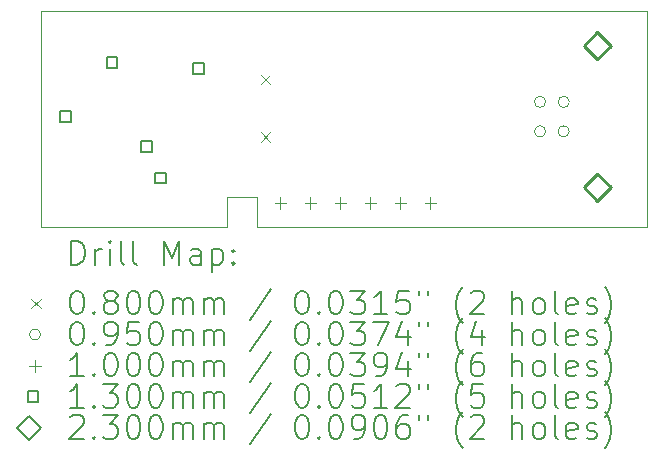
<source format=gbr>
%TF.GenerationSoftware,KiCad,Pcbnew,7.0.5*%
%TF.CreationDate,2024-02-11T15:40:37+01:00*%
%TF.ProjectId,exbike-usb-hw,65786269-6b65-42d7-9573-622d68772e6b,rev?*%
%TF.SameCoordinates,Original*%
%TF.FileFunction,Drillmap*%
%TF.FilePolarity,Positive*%
%FSLAX45Y45*%
G04 Gerber Fmt 4.5, Leading zero omitted, Abs format (unit mm)*
G04 Created by KiCad (PCBNEW 7.0.5) date 2024-02-11 15:40:37*
%MOMM*%
%LPD*%
G01*
G04 APERTURE LIST*
%ADD10C,0.100000*%
%ADD11C,0.200000*%
%ADD12C,0.080000*%
%ADD13C,0.095000*%
%ADD14C,0.130000*%
%ADD15C,0.230000*%
G04 APERTURE END LIST*
D10*
X5194300Y76200D02*
X5194300Y1905000D01*
X1892300Y76200D02*
X1892300Y330200D01*
X5194300Y1905000D02*
X63500Y1905000D01*
X1892300Y76200D02*
X5194300Y76200D01*
X63500Y76200D02*
X1638300Y76200D01*
X63500Y1905000D02*
X63500Y76200D01*
X1892300Y330200D02*
X1638300Y330200D01*
X1638300Y330200D02*
X1638300Y76200D01*
D11*
D12*
X1922150Y1366200D02*
X2002150Y1286200D01*
X2002150Y1366200D02*
X1922150Y1286200D01*
X1922150Y878200D02*
X2002150Y798200D01*
X2002150Y878200D02*
X1922150Y798200D01*
D13*
X4334450Y1137000D02*
G75*
G03*
X4334450Y1137000I-47500J0D01*
G01*
X4334450Y887000D02*
G75*
G03*
X4334450Y887000I-47500J0D01*
G01*
X4534450Y1137000D02*
G75*
G03*
X4534450Y1137000I-47500J0D01*
G01*
X4534450Y887000D02*
G75*
G03*
X4534450Y887000I-47500J0D01*
G01*
D10*
X2089150Y329400D02*
X2089150Y229400D01*
X2039150Y279400D02*
X2139150Y279400D01*
X2343150Y329400D02*
X2343150Y229400D01*
X2293150Y279400D02*
X2393150Y279400D01*
X2597150Y329400D02*
X2597150Y229400D01*
X2547150Y279400D02*
X2647150Y279400D01*
X2851150Y329400D02*
X2851150Y229400D01*
X2801150Y279400D02*
X2901150Y279400D01*
X3105150Y329400D02*
X3105150Y229400D01*
X3055150Y279400D02*
X3155150Y279400D01*
X3359150Y329400D02*
X3359150Y229400D01*
X3309150Y279400D02*
X3409150Y279400D01*
D14*
X318462Y966038D02*
X318462Y1057962D01*
X226538Y1057962D01*
X226538Y966038D01*
X318462Y966038D01*
X708462Y1426038D02*
X708462Y1517962D01*
X616538Y1517962D01*
X616538Y1426038D01*
X708462Y1426038D01*
X998462Y716038D02*
X998462Y807962D01*
X906538Y807962D01*
X906538Y716038D01*
X998462Y716038D01*
X1118462Y446038D02*
X1118462Y537962D01*
X1026538Y537962D01*
X1026538Y446038D01*
X1118462Y446038D01*
X1438462Y1376038D02*
X1438462Y1467962D01*
X1346538Y1467962D01*
X1346538Y1376038D01*
X1438462Y1376038D01*
D15*
X4772950Y1497000D02*
X4887950Y1612000D01*
X4772950Y1727000D01*
X4657950Y1612000D01*
X4772950Y1497000D01*
X4772950Y297000D02*
X4887950Y412000D01*
X4772950Y527000D01*
X4657950Y412000D01*
X4772950Y297000D01*
D11*
X319277Y-240284D02*
X319277Y-40284D01*
X319277Y-40284D02*
X366896Y-40284D01*
X366896Y-40284D02*
X395467Y-49808D01*
X395467Y-49808D02*
X414515Y-68855D01*
X414515Y-68855D02*
X424039Y-87903D01*
X424039Y-87903D02*
X433562Y-125998D01*
X433562Y-125998D02*
X433562Y-154570D01*
X433562Y-154570D02*
X424039Y-192665D01*
X424039Y-192665D02*
X414515Y-211712D01*
X414515Y-211712D02*
X395467Y-230760D01*
X395467Y-230760D02*
X366896Y-240284D01*
X366896Y-240284D02*
X319277Y-240284D01*
X519277Y-240284D02*
X519277Y-106950D01*
X519277Y-145046D02*
X528801Y-125998D01*
X528801Y-125998D02*
X538324Y-116474D01*
X538324Y-116474D02*
X557372Y-106950D01*
X557372Y-106950D02*
X576420Y-106950D01*
X643086Y-240284D02*
X643086Y-106950D01*
X643086Y-40284D02*
X633563Y-49808D01*
X633563Y-49808D02*
X643086Y-59331D01*
X643086Y-59331D02*
X652610Y-49808D01*
X652610Y-49808D02*
X643086Y-40284D01*
X643086Y-40284D02*
X643086Y-59331D01*
X766896Y-240284D02*
X747848Y-230760D01*
X747848Y-230760D02*
X738324Y-211712D01*
X738324Y-211712D02*
X738324Y-40284D01*
X871658Y-240284D02*
X852610Y-230760D01*
X852610Y-230760D02*
X843086Y-211712D01*
X843086Y-211712D02*
X843086Y-40284D01*
X1100229Y-240284D02*
X1100229Y-40284D01*
X1100229Y-40284D02*
X1166896Y-183141D01*
X1166896Y-183141D02*
X1233563Y-40284D01*
X1233563Y-40284D02*
X1233563Y-240284D01*
X1414515Y-240284D02*
X1414515Y-135522D01*
X1414515Y-135522D02*
X1404991Y-116474D01*
X1404991Y-116474D02*
X1385944Y-106950D01*
X1385944Y-106950D02*
X1347848Y-106950D01*
X1347848Y-106950D02*
X1328801Y-116474D01*
X1414515Y-230760D02*
X1395467Y-240284D01*
X1395467Y-240284D02*
X1347848Y-240284D01*
X1347848Y-240284D02*
X1328801Y-230760D01*
X1328801Y-230760D02*
X1319277Y-211712D01*
X1319277Y-211712D02*
X1319277Y-192665D01*
X1319277Y-192665D02*
X1328801Y-173617D01*
X1328801Y-173617D02*
X1347848Y-164093D01*
X1347848Y-164093D02*
X1395467Y-164093D01*
X1395467Y-164093D02*
X1414515Y-154570D01*
X1509753Y-106950D02*
X1509753Y-306950D01*
X1509753Y-116474D02*
X1528801Y-106950D01*
X1528801Y-106950D02*
X1566896Y-106950D01*
X1566896Y-106950D02*
X1585943Y-116474D01*
X1585943Y-116474D02*
X1595467Y-125998D01*
X1595467Y-125998D02*
X1604991Y-145046D01*
X1604991Y-145046D02*
X1604991Y-202188D01*
X1604991Y-202188D02*
X1595467Y-221236D01*
X1595467Y-221236D02*
X1585943Y-230760D01*
X1585943Y-230760D02*
X1566896Y-240284D01*
X1566896Y-240284D02*
X1528801Y-240284D01*
X1528801Y-240284D02*
X1509753Y-230760D01*
X1690705Y-221236D02*
X1700229Y-230760D01*
X1700229Y-230760D02*
X1690705Y-240284D01*
X1690705Y-240284D02*
X1681182Y-230760D01*
X1681182Y-230760D02*
X1690705Y-221236D01*
X1690705Y-221236D02*
X1690705Y-240284D01*
X1690705Y-116474D02*
X1700229Y-125998D01*
X1700229Y-125998D02*
X1690705Y-135522D01*
X1690705Y-135522D02*
X1681182Y-125998D01*
X1681182Y-125998D02*
X1690705Y-116474D01*
X1690705Y-116474D02*
X1690705Y-135522D01*
D12*
X-21500Y-528800D02*
X58500Y-608800D01*
X58500Y-528800D02*
X-21500Y-608800D01*
D11*
X357372Y-460284D02*
X376420Y-460284D01*
X376420Y-460284D02*
X395467Y-469808D01*
X395467Y-469808D02*
X404991Y-479331D01*
X404991Y-479331D02*
X414515Y-498379D01*
X414515Y-498379D02*
X424039Y-536474D01*
X424039Y-536474D02*
X424039Y-584093D01*
X424039Y-584093D02*
X414515Y-622189D01*
X414515Y-622189D02*
X404991Y-641236D01*
X404991Y-641236D02*
X395467Y-650760D01*
X395467Y-650760D02*
X376420Y-660284D01*
X376420Y-660284D02*
X357372Y-660284D01*
X357372Y-660284D02*
X338324Y-650760D01*
X338324Y-650760D02*
X328801Y-641236D01*
X328801Y-641236D02*
X319277Y-622189D01*
X319277Y-622189D02*
X309753Y-584093D01*
X309753Y-584093D02*
X309753Y-536474D01*
X309753Y-536474D02*
X319277Y-498379D01*
X319277Y-498379D02*
X328801Y-479331D01*
X328801Y-479331D02*
X338324Y-469808D01*
X338324Y-469808D02*
X357372Y-460284D01*
X509753Y-641236D02*
X519277Y-650760D01*
X519277Y-650760D02*
X509753Y-660284D01*
X509753Y-660284D02*
X500229Y-650760D01*
X500229Y-650760D02*
X509753Y-641236D01*
X509753Y-641236D02*
X509753Y-660284D01*
X633563Y-545998D02*
X614515Y-536474D01*
X614515Y-536474D02*
X604991Y-526950D01*
X604991Y-526950D02*
X595467Y-507903D01*
X595467Y-507903D02*
X595467Y-498379D01*
X595467Y-498379D02*
X604991Y-479331D01*
X604991Y-479331D02*
X614515Y-469808D01*
X614515Y-469808D02*
X633563Y-460284D01*
X633563Y-460284D02*
X671658Y-460284D01*
X671658Y-460284D02*
X690705Y-469808D01*
X690705Y-469808D02*
X700229Y-479331D01*
X700229Y-479331D02*
X709753Y-498379D01*
X709753Y-498379D02*
X709753Y-507903D01*
X709753Y-507903D02*
X700229Y-526950D01*
X700229Y-526950D02*
X690705Y-536474D01*
X690705Y-536474D02*
X671658Y-545998D01*
X671658Y-545998D02*
X633563Y-545998D01*
X633563Y-545998D02*
X614515Y-555522D01*
X614515Y-555522D02*
X604991Y-565046D01*
X604991Y-565046D02*
X595467Y-584093D01*
X595467Y-584093D02*
X595467Y-622189D01*
X595467Y-622189D02*
X604991Y-641236D01*
X604991Y-641236D02*
X614515Y-650760D01*
X614515Y-650760D02*
X633563Y-660284D01*
X633563Y-660284D02*
X671658Y-660284D01*
X671658Y-660284D02*
X690705Y-650760D01*
X690705Y-650760D02*
X700229Y-641236D01*
X700229Y-641236D02*
X709753Y-622189D01*
X709753Y-622189D02*
X709753Y-584093D01*
X709753Y-584093D02*
X700229Y-565046D01*
X700229Y-565046D02*
X690705Y-555522D01*
X690705Y-555522D02*
X671658Y-545998D01*
X833562Y-460284D02*
X852610Y-460284D01*
X852610Y-460284D02*
X871658Y-469808D01*
X871658Y-469808D02*
X881182Y-479331D01*
X881182Y-479331D02*
X890705Y-498379D01*
X890705Y-498379D02*
X900229Y-536474D01*
X900229Y-536474D02*
X900229Y-584093D01*
X900229Y-584093D02*
X890705Y-622189D01*
X890705Y-622189D02*
X881182Y-641236D01*
X881182Y-641236D02*
X871658Y-650760D01*
X871658Y-650760D02*
X852610Y-660284D01*
X852610Y-660284D02*
X833562Y-660284D01*
X833562Y-660284D02*
X814515Y-650760D01*
X814515Y-650760D02*
X804991Y-641236D01*
X804991Y-641236D02*
X795467Y-622189D01*
X795467Y-622189D02*
X785943Y-584093D01*
X785943Y-584093D02*
X785943Y-536474D01*
X785943Y-536474D02*
X795467Y-498379D01*
X795467Y-498379D02*
X804991Y-479331D01*
X804991Y-479331D02*
X814515Y-469808D01*
X814515Y-469808D02*
X833562Y-460284D01*
X1024039Y-460284D02*
X1043086Y-460284D01*
X1043086Y-460284D02*
X1062134Y-469808D01*
X1062134Y-469808D02*
X1071658Y-479331D01*
X1071658Y-479331D02*
X1081182Y-498379D01*
X1081182Y-498379D02*
X1090705Y-536474D01*
X1090705Y-536474D02*
X1090705Y-584093D01*
X1090705Y-584093D02*
X1081182Y-622189D01*
X1081182Y-622189D02*
X1071658Y-641236D01*
X1071658Y-641236D02*
X1062134Y-650760D01*
X1062134Y-650760D02*
X1043086Y-660284D01*
X1043086Y-660284D02*
X1024039Y-660284D01*
X1024039Y-660284D02*
X1004991Y-650760D01*
X1004991Y-650760D02*
X995467Y-641236D01*
X995467Y-641236D02*
X985943Y-622189D01*
X985943Y-622189D02*
X976420Y-584093D01*
X976420Y-584093D02*
X976420Y-536474D01*
X976420Y-536474D02*
X985943Y-498379D01*
X985943Y-498379D02*
X995467Y-479331D01*
X995467Y-479331D02*
X1004991Y-469808D01*
X1004991Y-469808D02*
X1024039Y-460284D01*
X1176420Y-660284D02*
X1176420Y-526950D01*
X1176420Y-545998D02*
X1185944Y-536474D01*
X1185944Y-536474D02*
X1204991Y-526950D01*
X1204991Y-526950D02*
X1233563Y-526950D01*
X1233563Y-526950D02*
X1252610Y-536474D01*
X1252610Y-536474D02*
X1262134Y-555522D01*
X1262134Y-555522D02*
X1262134Y-660284D01*
X1262134Y-555522D02*
X1271658Y-536474D01*
X1271658Y-536474D02*
X1290705Y-526950D01*
X1290705Y-526950D02*
X1319277Y-526950D01*
X1319277Y-526950D02*
X1338325Y-536474D01*
X1338325Y-536474D02*
X1347848Y-555522D01*
X1347848Y-555522D02*
X1347848Y-660284D01*
X1443086Y-660284D02*
X1443086Y-526950D01*
X1443086Y-545998D02*
X1452610Y-536474D01*
X1452610Y-536474D02*
X1471658Y-526950D01*
X1471658Y-526950D02*
X1500229Y-526950D01*
X1500229Y-526950D02*
X1519277Y-536474D01*
X1519277Y-536474D02*
X1528801Y-555522D01*
X1528801Y-555522D02*
X1528801Y-660284D01*
X1528801Y-555522D02*
X1538324Y-536474D01*
X1538324Y-536474D02*
X1557372Y-526950D01*
X1557372Y-526950D02*
X1585943Y-526950D01*
X1585943Y-526950D02*
X1604991Y-536474D01*
X1604991Y-536474D02*
X1614515Y-555522D01*
X1614515Y-555522D02*
X1614515Y-660284D01*
X2004991Y-450760D02*
X1833563Y-707903D01*
X2262134Y-460284D02*
X2281182Y-460284D01*
X2281182Y-460284D02*
X2300229Y-469808D01*
X2300229Y-469808D02*
X2309753Y-479331D01*
X2309753Y-479331D02*
X2319277Y-498379D01*
X2319277Y-498379D02*
X2328801Y-536474D01*
X2328801Y-536474D02*
X2328801Y-584093D01*
X2328801Y-584093D02*
X2319277Y-622189D01*
X2319277Y-622189D02*
X2309753Y-641236D01*
X2309753Y-641236D02*
X2300229Y-650760D01*
X2300229Y-650760D02*
X2281182Y-660284D01*
X2281182Y-660284D02*
X2262134Y-660284D01*
X2262134Y-660284D02*
X2243087Y-650760D01*
X2243087Y-650760D02*
X2233563Y-641236D01*
X2233563Y-641236D02*
X2224039Y-622189D01*
X2224039Y-622189D02*
X2214515Y-584093D01*
X2214515Y-584093D02*
X2214515Y-536474D01*
X2214515Y-536474D02*
X2224039Y-498379D01*
X2224039Y-498379D02*
X2233563Y-479331D01*
X2233563Y-479331D02*
X2243087Y-469808D01*
X2243087Y-469808D02*
X2262134Y-460284D01*
X2414515Y-641236D02*
X2424039Y-650760D01*
X2424039Y-650760D02*
X2414515Y-660284D01*
X2414515Y-660284D02*
X2404991Y-650760D01*
X2404991Y-650760D02*
X2414515Y-641236D01*
X2414515Y-641236D02*
X2414515Y-660284D01*
X2547848Y-460284D02*
X2566896Y-460284D01*
X2566896Y-460284D02*
X2585944Y-469808D01*
X2585944Y-469808D02*
X2595468Y-479331D01*
X2595468Y-479331D02*
X2604991Y-498379D01*
X2604991Y-498379D02*
X2614515Y-536474D01*
X2614515Y-536474D02*
X2614515Y-584093D01*
X2614515Y-584093D02*
X2604991Y-622189D01*
X2604991Y-622189D02*
X2595468Y-641236D01*
X2595468Y-641236D02*
X2585944Y-650760D01*
X2585944Y-650760D02*
X2566896Y-660284D01*
X2566896Y-660284D02*
X2547848Y-660284D01*
X2547848Y-660284D02*
X2528801Y-650760D01*
X2528801Y-650760D02*
X2519277Y-641236D01*
X2519277Y-641236D02*
X2509753Y-622189D01*
X2509753Y-622189D02*
X2500229Y-584093D01*
X2500229Y-584093D02*
X2500229Y-536474D01*
X2500229Y-536474D02*
X2509753Y-498379D01*
X2509753Y-498379D02*
X2519277Y-479331D01*
X2519277Y-479331D02*
X2528801Y-469808D01*
X2528801Y-469808D02*
X2547848Y-460284D01*
X2681182Y-460284D02*
X2804991Y-460284D01*
X2804991Y-460284D02*
X2738325Y-536474D01*
X2738325Y-536474D02*
X2766896Y-536474D01*
X2766896Y-536474D02*
X2785944Y-545998D01*
X2785944Y-545998D02*
X2795468Y-555522D01*
X2795468Y-555522D02*
X2804991Y-574570D01*
X2804991Y-574570D02*
X2804991Y-622189D01*
X2804991Y-622189D02*
X2795468Y-641236D01*
X2795468Y-641236D02*
X2785944Y-650760D01*
X2785944Y-650760D02*
X2766896Y-660284D01*
X2766896Y-660284D02*
X2709753Y-660284D01*
X2709753Y-660284D02*
X2690706Y-650760D01*
X2690706Y-650760D02*
X2681182Y-641236D01*
X2995467Y-660284D02*
X2881182Y-660284D01*
X2938325Y-660284D02*
X2938325Y-460284D01*
X2938325Y-460284D02*
X2919277Y-488855D01*
X2919277Y-488855D02*
X2900229Y-507903D01*
X2900229Y-507903D02*
X2881182Y-517427D01*
X3176420Y-460284D02*
X3081182Y-460284D01*
X3081182Y-460284D02*
X3071658Y-555522D01*
X3071658Y-555522D02*
X3081182Y-545998D01*
X3081182Y-545998D02*
X3100229Y-536474D01*
X3100229Y-536474D02*
X3147848Y-536474D01*
X3147848Y-536474D02*
X3166896Y-545998D01*
X3166896Y-545998D02*
X3176420Y-555522D01*
X3176420Y-555522D02*
X3185944Y-574570D01*
X3185944Y-574570D02*
X3185944Y-622189D01*
X3185944Y-622189D02*
X3176420Y-641236D01*
X3176420Y-641236D02*
X3166896Y-650760D01*
X3166896Y-650760D02*
X3147848Y-660284D01*
X3147848Y-660284D02*
X3100229Y-660284D01*
X3100229Y-660284D02*
X3081182Y-650760D01*
X3081182Y-650760D02*
X3071658Y-641236D01*
X3262134Y-460284D02*
X3262134Y-498379D01*
X3338325Y-460284D02*
X3338325Y-498379D01*
X3633563Y-736474D02*
X3624039Y-726950D01*
X3624039Y-726950D02*
X3604991Y-698379D01*
X3604991Y-698379D02*
X3595468Y-679331D01*
X3595468Y-679331D02*
X3585944Y-650760D01*
X3585944Y-650760D02*
X3576420Y-603141D01*
X3576420Y-603141D02*
X3576420Y-565046D01*
X3576420Y-565046D02*
X3585944Y-517427D01*
X3585944Y-517427D02*
X3595468Y-488855D01*
X3595468Y-488855D02*
X3604991Y-469808D01*
X3604991Y-469808D02*
X3624039Y-441236D01*
X3624039Y-441236D02*
X3633563Y-431712D01*
X3700229Y-479331D02*
X3709753Y-469808D01*
X3709753Y-469808D02*
X3728801Y-460284D01*
X3728801Y-460284D02*
X3776420Y-460284D01*
X3776420Y-460284D02*
X3795468Y-469808D01*
X3795468Y-469808D02*
X3804991Y-479331D01*
X3804991Y-479331D02*
X3814515Y-498379D01*
X3814515Y-498379D02*
X3814515Y-517427D01*
X3814515Y-517427D02*
X3804991Y-545998D01*
X3804991Y-545998D02*
X3690706Y-660284D01*
X3690706Y-660284D02*
X3814515Y-660284D01*
X4052610Y-660284D02*
X4052610Y-460284D01*
X4138325Y-660284D02*
X4138325Y-555522D01*
X4138325Y-555522D02*
X4128801Y-536474D01*
X4128801Y-536474D02*
X4109753Y-526950D01*
X4109753Y-526950D02*
X4081182Y-526950D01*
X4081182Y-526950D02*
X4062134Y-536474D01*
X4062134Y-536474D02*
X4052610Y-545998D01*
X4262134Y-660284D02*
X4243087Y-650760D01*
X4243087Y-650760D02*
X4233563Y-641236D01*
X4233563Y-641236D02*
X4224039Y-622189D01*
X4224039Y-622189D02*
X4224039Y-565046D01*
X4224039Y-565046D02*
X4233563Y-545998D01*
X4233563Y-545998D02*
X4243087Y-536474D01*
X4243087Y-536474D02*
X4262134Y-526950D01*
X4262134Y-526950D02*
X4290706Y-526950D01*
X4290706Y-526950D02*
X4309753Y-536474D01*
X4309753Y-536474D02*
X4319277Y-545998D01*
X4319277Y-545998D02*
X4328801Y-565046D01*
X4328801Y-565046D02*
X4328801Y-622189D01*
X4328801Y-622189D02*
X4319277Y-641236D01*
X4319277Y-641236D02*
X4309753Y-650760D01*
X4309753Y-650760D02*
X4290706Y-660284D01*
X4290706Y-660284D02*
X4262134Y-660284D01*
X4443087Y-660284D02*
X4424039Y-650760D01*
X4424039Y-650760D02*
X4414515Y-631712D01*
X4414515Y-631712D02*
X4414515Y-460284D01*
X4595468Y-650760D02*
X4576420Y-660284D01*
X4576420Y-660284D02*
X4538325Y-660284D01*
X4538325Y-660284D02*
X4519277Y-650760D01*
X4519277Y-650760D02*
X4509753Y-631712D01*
X4509753Y-631712D02*
X4509753Y-555522D01*
X4509753Y-555522D02*
X4519277Y-536474D01*
X4519277Y-536474D02*
X4538325Y-526950D01*
X4538325Y-526950D02*
X4576420Y-526950D01*
X4576420Y-526950D02*
X4595468Y-536474D01*
X4595468Y-536474D02*
X4604992Y-555522D01*
X4604992Y-555522D02*
X4604992Y-574570D01*
X4604992Y-574570D02*
X4509753Y-593617D01*
X4681182Y-650760D02*
X4700230Y-660284D01*
X4700230Y-660284D02*
X4738325Y-660284D01*
X4738325Y-660284D02*
X4757373Y-650760D01*
X4757373Y-650760D02*
X4766896Y-631712D01*
X4766896Y-631712D02*
X4766896Y-622189D01*
X4766896Y-622189D02*
X4757373Y-603141D01*
X4757373Y-603141D02*
X4738325Y-593617D01*
X4738325Y-593617D02*
X4709753Y-593617D01*
X4709753Y-593617D02*
X4690706Y-584093D01*
X4690706Y-584093D02*
X4681182Y-565046D01*
X4681182Y-565046D02*
X4681182Y-555522D01*
X4681182Y-555522D02*
X4690706Y-536474D01*
X4690706Y-536474D02*
X4709753Y-526950D01*
X4709753Y-526950D02*
X4738325Y-526950D01*
X4738325Y-526950D02*
X4757373Y-536474D01*
X4833563Y-736474D02*
X4843087Y-726950D01*
X4843087Y-726950D02*
X4862134Y-698379D01*
X4862134Y-698379D02*
X4871658Y-679331D01*
X4871658Y-679331D02*
X4881182Y-650760D01*
X4881182Y-650760D02*
X4890706Y-603141D01*
X4890706Y-603141D02*
X4890706Y-565046D01*
X4890706Y-565046D02*
X4881182Y-517427D01*
X4881182Y-517427D02*
X4871658Y-488855D01*
X4871658Y-488855D02*
X4862134Y-469808D01*
X4862134Y-469808D02*
X4843087Y-441236D01*
X4843087Y-441236D02*
X4833563Y-431712D01*
D13*
X58500Y-832800D02*
G75*
G03*
X58500Y-832800I-47500J0D01*
G01*
D11*
X357372Y-724284D02*
X376420Y-724284D01*
X376420Y-724284D02*
X395467Y-733808D01*
X395467Y-733808D02*
X404991Y-743331D01*
X404991Y-743331D02*
X414515Y-762379D01*
X414515Y-762379D02*
X424039Y-800474D01*
X424039Y-800474D02*
X424039Y-848093D01*
X424039Y-848093D02*
X414515Y-886188D01*
X414515Y-886188D02*
X404991Y-905236D01*
X404991Y-905236D02*
X395467Y-914760D01*
X395467Y-914760D02*
X376420Y-924284D01*
X376420Y-924284D02*
X357372Y-924284D01*
X357372Y-924284D02*
X338324Y-914760D01*
X338324Y-914760D02*
X328801Y-905236D01*
X328801Y-905236D02*
X319277Y-886188D01*
X319277Y-886188D02*
X309753Y-848093D01*
X309753Y-848093D02*
X309753Y-800474D01*
X309753Y-800474D02*
X319277Y-762379D01*
X319277Y-762379D02*
X328801Y-743331D01*
X328801Y-743331D02*
X338324Y-733808D01*
X338324Y-733808D02*
X357372Y-724284D01*
X509753Y-905236D02*
X519277Y-914760D01*
X519277Y-914760D02*
X509753Y-924284D01*
X509753Y-924284D02*
X500229Y-914760D01*
X500229Y-914760D02*
X509753Y-905236D01*
X509753Y-905236D02*
X509753Y-924284D01*
X614515Y-924284D02*
X652610Y-924284D01*
X652610Y-924284D02*
X671658Y-914760D01*
X671658Y-914760D02*
X681182Y-905236D01*
X681182Y-905236D02*
X700229Y-876665D01*
X700229Y-876665D02*
X709753Y-838569D01*
X709753Y-838569D02*
X709753Y-762379D01*
X709753Y-762379D02*
X700229Y-743331D01*
X700229Y-743331D02*
X690705Y-733808D01*
X690705Y-733808D02*
X671658Y-724284D01*
X671658Y-724284D02*
X633563Y-724284D01*
X633563Y-724284D02*
X614515Y-733808D01*
X614515Y-733808D02*
X604991Y-743331D01*
X604991Y-743331D02*
X595467Y-762379D01*
X595467Y-762379D02*
X595467Y-809998D01*
X595467Y-809998D02*
X604991Y-829046D01*
X604991Y-829046D02*
X614515Y-838569D01*
X614515Y-838569D02*
X633563Y-848093D01*
X633563Y-848093D02*
X671658Y-848093D01*
X671658Y-848093D02*
X690705Y-838569D01*
X690705Y-838569D02*
X700229Y-829046D01*
X700229Y-829046D02*
X709753Y-809998D01*
X890705Y-724284D02*
X795467Y-724284D01*
X795467Y-724284D02*
X785943Y-819522D01*
X785943Y-819522D02*
X795467Y-809998D01*
X795467Y-809998D02*
X814515Y-800474D01*
X814515Y-800474D02*
X862134Y-800474D01*
X862134Y-800474D02*
X881182Y-809998D01*
X881182Y-809998D02*
X890705Y-819522D01*
X890705Y-819522D02*
X900229Y-838569D01*
X900229Y-838569D02*
X900229Y-886188D01*
X900229Y-886188D02*
X890705Y-905236D01*
X890705Y-905236D02*
X881182Y-914760D01*
X881182Y-914760D02*
X862134Y-924284D01*
X862134Y-924284D02*
X814515Y-924284D01*
X814515Y-924284D02*
X795467Y-914760D01*
X795467Y-914760D02*
X785943Y-905236D01*
X1024039Y-724284D02*
X1043086Y-724284D01*
X1043086Y-724284D02*
X1062134Y-733808D01*
X1062134Y-733808D02*
X1071658Y-743331D01*
X1071658Y-743331D02*
X1081182Y-762379D01*
X1081182Y-762379D02*
X1090705Y-800474D01*
X1090705Y-800474D02*
X1090705Y-848093D01*
X1090705Y-848093D02*
X1081182Y-886188D01*
X1081182Y-886188D02*
X1071658Y-905236D01*
X1071658Y-905236D02*
X1062134Y-914760D01*
X1062134Y-914760D02*
X1043086Y-924284D01*
X1043086Y-924284D02*
X1024039Y-924284D01*
X1024039Y-924284D02*
X1004991Y-914760D01*
X1004991Y-914760D02*
X995467Y-905236D01*
X995467Y-905236D02*
X985943Y-886188D01*
X985943Y-886188D02*
X976420Y-848093D01*
X976420Y-848093D02*
X976420Y-800474D01*
X976420Y-800474D02*
X985943Y-762379D01*
X985943Y-762379D02*
X995467Y-743331D01*
X995467Y-743331D02*
X1004991Y-733808D01*
X1004991Y-733808D02*
X1024039Y-724284D01*
X1176420Y-924284D02*
X1176420Y-790950D01*
X1176420Y-809998D02*
X1185944Y-800474D01*
X1185944Y-800474D02*
X1204991Y-790950D01*
X1204991Y-790950D02*
X1233563Y-790950D01*
X1233563Y-790950D02*
X1252610Y-800474D01*
X1252610Y-800474D02*
X1262134Y-819522D01*
X1262134Y-819522D02*
X1262134Y-924284D01*
X1262134Y-819522D02*
X1271658Y-800474D01*
X1271658Y-800474D02*
X1290705Y-790950D01*
X1290705Y-790950D02*
X1319277Y-790950D01*
X1319277Y-790950D02*
X1338325Y-800474D01*
X1338325Y-800474D02*
X1347848Y-819522D01*
X1347848Y-819522D02*
X1347848Y-924284D01*
X1443086Y-924284D02*
X1443086Y-790950D01*
X1443086Y-809998D02*
X1452610Y-800474D01*
X1452610Y-800474D02*
X1471658Y-790950D01*
X1471658Y-790950D02*
X1500229Y-790950D01*
X1500229Y-790950D02*
X1519277Y-800474D01*
X1519277Y-800474D02*
X1528801Y-819522D01*
X1528801Y-819522D02*
X1528801Y-924284D01*
X1528801Y-819522D02*
X1538324Y-800474D01*
X1538324Y-800474D02*
X1557372Y-790950D01*
X1557372Y-790950D02*
X1585943Y-790950D01*
X1585943Y-790950D02*
X1604991Y-800474D01*
X1604991Y-800474D02*
X1614515Y-819522D01*
X1614515Y-819522D02*
X1614515Y-924284D01*
X2004991Y-714760D02*
X1833563Y-971903D01*
X2262134Y-724284D02*
X2281182Y-724284D01*
X2281182Y-724284D02*
X2300229Y-733808D01*
X2300229Y-733808D02*
X2309753Y-743331D01*
X2309753Y-743331D02*
X2319277Y-762379D01*
X2319277Y-762379D02*
X2328801Y-800474D01*
X2328801Y-800474D02*
X2328801Y-848093D01*
X2328801Y-848093D02*
X2319277Y-886188D01*
X2319277Y-886188D02*
X2309753Y-905236D01*
X2309753Y-905236D02*
X2300229Y-914760D01*
X2300229Y-914760D02*
X2281182Y-924284D01*
X2281182Y-924284D02*
X2262134Y-924284D01*
X2262134Y-924284D02*
X2243087Y-914760D01*
X2243087Y-914760D02*
X2233563Y-905236D01*
X2233563Y-905236D02*
X2224039Y-886188D01*
X2224039Y-886188D02*
X2214515Y-848093D01*
X2214515Y-848093D02*
X2214515Y-800474D01*
X2214515Y-800474D02*
X2224039Y-762379D01*
X2224039Y-762379D02*
X2233563Y-743331D01*
X2233563Y-743331D02*
X2243087Y-733808D01*
X2243087Y-733808D02*
X2262134Y-724284D01*
X2414515Y-905236D02*
X2424039Y-914760D01*
X2424039Y-914760D02*
X2414515Y-924284D01*
X2414515Y-924284D02*
X2404991Y-914760D01*
X2404991Y-914760D02*
X2414515Y-905236D01*
X2414515Y-905236D02*
X2414515Y-924284D01*
X2547848Y-724284D02*
X2566896Y-724284D01*
X2566896Y-724284D02*
X2585944Y-733808D01*
X2585944Y-733808D02*
X2595468Y-743331D01*
X2595468Y-743331D02*
X2604991Y-762379D01*
X2604991Y-762379D02*
X2614515Y-800474D01*
X2614515Y-800474D02*
X2614515Y-848093D01*
X2614515Y-848093D02*
X2604991Y-886188D01*
X2604991Y-886188D02*
X2595468Y-905236D01*
X2595468Y-905236D02*
X2585944Y-914760D01*
X2585944Y-914760D02*
X2566896Y-924284D01*
X2566896Y-924284D02*
X2547848Y-924284D01*
X2547848Y-924284D02*
X2528801Y-914760D01*
X2528801Y-914760D02*
X2519277Y-905236D01*
X2519277Y-905236D02*
X2509753Y-886188D01*
X2509753Y-886188D02*
X2500229Y-848093D01*
X2500229Y-848093D02*
X2500229Y-800474D01*
X2500229Y-800474D02*
X2509753Y-762379D01*
X2509753Y-762379D02*
X2519277Y-743331D01*
X2519277Y-743331D02*
X2528801Y-733808D01*
X2528801Y-733808D02*
X2547848Y-724284D01*
X2681182Y-724284D02*
X2804991Y-724284D01*
X2804991Y-724284D02*
X2738325Y-800474D01*
X2738325Y-800474D02*
X2766896Y-800474D01*
X2766896Y-800474D02*
X2785944Y-809998D01*
X2785944Y-809998D02*
X2795468Y-819522D01*
X2795468Y-819522D02*
X2804991Y-838569D01*
X2804991Y-838569D02*
X2804991Y-886188D01*
X2804991Y-886188D02*
X2795468Y-905236D01*
X2795468Y-905236D02*
X2785944Y-914760D01*
X2785944Y-914760D02*
X2766896Y-924284D01*
X2766896Y-924284D02*
X2709753Y-924284D01*
X2709753Y-924284D02*
X2690706Y-914760D01*
X2690706Y-914760D02*
X2681182Y-905236D01*
X2871658Y-724284D02*
X3004991Y-724284D01*
X3004991Y-724284D02*
X2919277Y-924284D01*
X3166896Y-790950D02*
X3166896Y-924284D01*
X3119277Y-714760D02*
X3071658Y-857617D01*
X3071658Y-857617D02*
X3195467Y-857617D01*
X3262134Y-724284D02*
X3262134Y-762379D01*
X3338325Y-724284D02*
X3338325Y-762379D01*
X3633563Y-1000474D02*
X3624039Y-990950D01*
X3624039Y-990950D02*
X3604991Y-962379D01*
X3604991Y-962379D02*
X3595468Y-943331D01*
X3595468Y-943331D02*
X3585944Y-914760D01*
X3585944Y-914760D02*
X3576420Y-867141D01*
X3576420Y-867141D02*
X3576420Y-829046D01*
X3576420Y-829046D02*
X3585944Y-781427D01*
X3585944Y-781427D02*
X3595468Y-752855D01*
X3595468Y-752855D02*
X3604991Y-733808D01*
X3604991Y-733808D02*
X3624039Y-705236D01*
X3624039Y-705236D02*
X3633563Y-695712D01*
X3795468Y-790950D02*
X3795468Y-924284D01*
X3747848Y-714760D02*
X3700229Y-857617D01*
X3700229Y-857617D02*
X3824039Y-857617D01*
X4052610Y-924284D02*
X4052610Y-724284D01*
X4138325Y-924284D02*
X4138325Y-819522D01*
X4138325Y-819522D02*
X4128801Y-800474D01*
X4128801Y-800474D02*
X4109753Y-790950D01*
X4109753Y-790950D02*
X4081182Y-790950D01*
X4081182Y-790950D02*
X4062134Y-800474D01*
X4062134Y-800474D02*
X4052610Y-809998D01*
X4262134Y-924284D02*
X4243087Y-914760D01*
X4243087Y-914760D02*
X4233563Y-905236D01*
X4233563Y-905236D02*
X4224039Y-886188D01*
X4224039Y-886188D02*
X4224039Y-829046D01*
X4224039Y-829046D02*
X4233563Y-809998D01*
X4233563Y-809998D02*
X4243087Y-800474D01*
X4243087Y-800474D02*
X4262134Y-790950D01*
X4262134Y-790950D02*
X4290706Y-790950D01*
X4290706Y-790950D02*
X4309753Y-800474D01*
X4309753Y-800474D02*
X4319277Y-809998D01*
X4319277Y-809998D02*
X4328801Y-829046D01*
X4328801Y-829046D02*
X4328801Y-886188D01*
X4328801Y-886188D02*
X4319277Y-905236D01*
X4319277Y-905236D02*
X4309753Y-914760D01*
X4309753Y-914760D02*
X4290706Y-924284D01*
X4290706Y-924284D02*
X4262134Y-924284D01*
X4443087Y-924284D02*
X4424039Y-914760D01*
X4424039Y-914760D02*
X4414515Y-895712D01*
X4414515Y-895712D02*
X4414515Y-724284D01*
X4595468Y-914760D02*
X4576420Y-924284D01*
X4576420Y-924284D02*
X4538325Y-924284D01*
X4538325Y-924284D02*
X4519277Y-914760D01*
X4519277Y-914760D02*
X4509753Y-895712D01*
X4509753Y-895712D02*
X4509753Y-819522D01*
X4509753Y-819522D02*
X4519277Y-800474D01*
X4519277Y-800474D02*
X4538325Y-790950D01*
X4538325Y-790950D02*
X4576420Y-790950D01*
X4576420Y-790950D02*
X4595468Y-800474D01*
X4595468Y-800474D02*
X4604992Y-819522D01*
X4604992Y-819522D02*
X4604992Y-838569D01*
X4604992Y-838569D02*
X4509753Y-857617D01*
X4681182Y-914760D02*
X4700230Y-924284D01*
X4700230Y-924284D02*
X4738325Y-924284D01*
X4738325Y-924284D02*
X4757373Y-914760D01*
X4757373Y-914760D02*
X4766896Y-895712D01*
X4766896Y-895712D02*
X4766896Y-886188D01*
X4766896Y-886188D02*
X4757373Y-867141D01*
X4757373Y-867141D02*
X4738325Y-857617D01*
X4738325Y-857617D02*
X4709753Y-857617D01*
X4709753Y-857617D02*
X4690706Y-848093D01*
X4690706Y-848093D02*
X4681182Y-829046D01*
X4681182Y-829046D02*
X4681182Y-819522D01*
X4681182Y-819522D02*
X4690706Y-800474D01*
X4690706Y-800474D02*
X4709753Y-790950D01*
X4709753Y-790950D02*
X4738325Y-790950D01*
X4738325Y-790950D02*
X4757373Y-800474D01*
X4833563Y-1000474D02*
X4843087Y-990950D01*
X4843087Y-990950D02*
X4862134Y-962379D01*
X4862134Y-962379D02*
X4871658Y-943331D01*
X4871658Y-943331D02*
X4881182Y-914760D01*
X4881182Y-914760D02*
X4890706Y-867141D01*
X4890706Y-867141D02*
X4890706Y-829046D01*
X4890706Y-829046D02*
X4881182Y-781427D01*
X4881182Y-781427D02*
X4871658Y-752855D01*
X4871658Y-752855D02*
X4862134Y-733808D01*
X4862134Y-733808D02*
X4843087Y-705236D01*
X4843087Y-705236D02*
X4833563Y-695712D01*
D10*
X8500Y-1046800D02*
X8500Y-1146800D01*
X-41500Y-1096800D02*
X58500Y-1096800D01*
D11*
X424039Y-1188284D02*
X309753Y-1188284D01*
X366896Y-1188284D02*
X366896Y-988284D01*
X366896Y-988284D02*
X347848Y-1016855D01*
X347848Y-1016855D02*
X328801Y-1035903D01*
X328801Y-1035903D02*
X309753Y-1045427D01*
X509753Y-1169236D02*
X519277Y-1178760D01*
X519277Y-1178760D02*
X509753Y-1188284D01*
X509753Y-1188284D02*
X500229Y-1178760D01*
X500229Y-1178760D02*
X509753Y-1169236D01*
X509753Y-1169236D02*
X509753Y-1188284D01*
X643086Y-988284D02*
X662134Y-988284D01*
X662134Y-988284D02*
X681182Y-997808D01*
X681182Y-997808D02*
X690705Y-1007331D01*
X690705Y-1007331D02*
X700229Y-1026379D01*
X700229Y-1026379D02*
X709753Y-1064474D01*
X709753Y-1064474D02*
X709753Y-1112093D01*
X709753Y-1112093D02*
X700229Y-1150189D01*
X700229Y-1150189D02*
X690705Y-1169236D01*
X690705Y-1169236D02*
X681182Y-1178760D01*
X681182Y-1178760D02*
X662134Y-1188284D01*
X662134Y-1188284D02*
X643086Y-1188284D01*
X643086Y-1188284D02*
X624039Y-1178760D01*
X624039Y-1178760D02*
X614515Y-1169236D01*
X614515Y-1169236D02*
X604991Y-1150189D01*
X604991Y-1150189D02*
X595467Y-1112093D01*
X595467Y-1112093D02*
X595467Y-1064474D01*
X595467Y-1064474D02*
X604991Y-1026379D01*
X604991Y-1026379D02*
X614515Y-1007331D01*
X614515Y-1007331D02*
X624039Y-997808D01*
X624039Y-997808D02*
X643086Y-988284D01*
X833562Y-988284D02*
X852610Y-988284D01*
X852610Y-988284D02*
X871658Y-997808D01*
X871658Y-997808D02*
X881182Y-1007331D01*
X881182Y-1007331D02*
X890705Y-1026379D01*
X890705Y-1026379D02*
X900229Y-1064474D01*
X900229Y-1064474D02*
X900229Y-1112093D01*
X900229Y-1112093D02*
X890705Y-1150189D01*
X890705Y-1150189D02*
X881182Y-1169236D01*
X881182Y-1169236D02*
X871658Y-1178760D01*
X871658Y-1178760D02*
X852610Y-1188284D01*
X852610Y-1188284D02*
X833562Y-1188284D01*
X833562Y-1188284D02*
X814515Y-1178760D01*
X814515Y-1178760D02*
X804991Y-1169236D01*
X804991Y-1169236D02*
X795467Y-1150189D01*
X795467Y-1150189D02*
X785943Y-1112093D01*
X785943Y-1112093D02*
X785943Y-1064474D01*
X785943Y-1064474D02*
X795467Y-1026379D01*
X795467Y-1026379D02*
X804991Y-1007331D01*
X804991Y-1007331D02*
X814515Y-997808D01*
X814515Y-997808D02*
X833562Y-988284D01*
X1024039Y-988284D02*
X1043086Y-988284D01*
X1043086Y-988284D02*
X1062134Y-997808D01*
X1062134Y-997808D02*
X1071658Y-1007331D01*
X1071658Y-1007331D02*
X1081182Y-1026379D01*
X1081182Y-1026379D02*
X1090705Y-1064474D01*
X1090705Y-1064474D02*
X1090705Y-1112093D01*
X1090705Y-1112093D02*
X1081182Y-1150189D01*
X1081182Y-1150189D02*
X1071658Y-1169236D01*
X1071658Y-1169236D02*
X1062134Y-1178760D01*
X1062134Y-1178760D02*
X1043086Y-1188284D01*
X1043086Y-1188284D02*
X1024039Y-1188284D01*
X1024039Y-1188284D02*
X1004991Y-1178760D01*
X1004991Y-1178760D02*
X995467Y-1169236D01*
X995467Y-1169236D02*
X985943Y-1150189D01*
X985943Y-1150189D02*
X976420Y-1112093D01*
X976420Y-1112093D02*
X976420Y-1064474D01*
X976420Y-1064474D02*
X985943Y-1026379D01*
X985943Y-1026379D02*
X995467Y-1007331D01*
X995467Y-1007331D02*
X1004991Y-997808D01*
X1004991Y-997808D02*
X1024039Y-988284D01*
X1176420Y-1188284D02*
X1176420Y-1054950D01*
X1176420Y-1073998D02*
X1185944Y-1064474D01*
X1185944Y-1064474D02*
X1204991Y-1054950D01*
X1204991Y-1054950D02*
X1233563Y-1054950D01*
X1233563Y-1054950D02*
X1252610Y-1064474D01*
X1252610Y-1064474D02*
X1262134Y-1083522D01*
X1262134Y-1083522D02*
X1262134Y-1188284D01*
X1262134Y-1083522D02*
X1271658Y-1064474D01*
X1271658Y-1064474D02*
X1290705Y-1054950D01*
X1290705Y-1054950D02*
X1319277Y-1054950D01*
X1319277Y-1054950D02*
X1338325Y-1064474D01*
X1338325Y-1064474D02*
X1347848Y-1083522D01*
X1347848Y-1083522D02*
X1347848Y-1188284D01*
X1443086Y-1188284D02*
X1443086Y-1054950D01*
X1443086Y-1073998D02*
X1452610Y-1064474D01*
X1452610Y-1064474D02*
X1471658Y-1054950D01*
X1471658Y-1054950D02*
X1500229Y-1054950D01*
X1500229Y-1054950D02*
X1519277Y-1064474D01*
X1519277Y-1064474D02*
X1528801Y-1083522D01*
X1528801Y-1083522D02*
X1528801Y-1188284D01*
X1528801Y-1083522D02*
X1538324Y-1064474D01*
X1538324Y-1064474D02*
X1557372Y-1054950D01*
X1557372Y-1054950D02*
X1585943Y-1054950D01*
X1585943Y-1054950D02*
X1604991Y-1064474D01*
X1604991Y-1064474D02*
X1614515Y-1083522D01*
X1614515Y-1083522D02*
X1614515Y-1188284D01*
X2004991Y-978760D02*
X1833563Y-1235903D01*
X2262134Y-988284D02*
X2281182Y-988284D01*
X2281182Y-988284D02*
X2300229Y-997808D01*
X2300229Y-997808D02*
X2309753Y-1007331D01*
X2309753Y-1007331D02*
X2319277Y-1026379D01*
X2319277Y-1026379D02*
X2328801Y-1064474D01*
X2328801Y-1064474D02*
X2328801Y-1112093D01*
X2328801Y-1112093D02*
X2319277Y-1150189D01*
X2319277Y-1150189D02*
X2309753Y-1169236D01*
X2309753Y-1169236D02*
X2300229Y-1178760D01*
X2300229Y-1178760D02*
X2281182Y-1188284D01*
X2281182Y-1188284D02*
X2262134Y-1188284D01*
X2262134Y-1188284D02*
X2243087Y-1178760D01*
X2243087Y-1178760D02*
X2233563Y-1169236D01*
X2233563Y-1169236D02*
X2224039Y-1150189D01*
X2224039Y-1150189D02*
X2214515Y-1112093D01*
X2214515Y-1112093D02*
X2214515Y-1064474D01*
X2214515Y-1064474D02*
X2224039Y-1026379D01*
X2224039Y-1026379D02*
X2233563Y-1007331D01*
X2233563Y-1007331D02*
X2243087Y-997808D01*
X2243087Y-997808D02*
X2262134Y-988284D01*
X2414515Y-1169236D02*
X2424039Y-1178760D01*
X2424039Y-1178760D02*
X2414515Y-1188284D01*
X2414515Y-1188284D02*
X2404991Y-1178760D01*
X2404991Y-1178760D02*
X2414515Y-1169236D01*
X2414515Y-1169236D02*
X2414515Y-1188284D01*
X2547848Y-988284D02*
X2566896Y-988284D01*
X2566896Y-988284D02*
X2585944Y-997808D01*
X2585944Y-997808D02*
X2595468Y-1007331D01*
X2595468Y-1007331D02*
X2604991Y-1026379D01*
X2604991Y-1026379D02*
X2614515Y-1064474D01*
X2614515Y-1064474D02*
X2614515Y-1112093D01*
X2614515Y-1112093D02*
X2604991Y-1150189D01*
X2604991Y-1150189D02*
X2595468Y-1169236D01*
X2595468Y-1169236D02*
X2585944Y-1178760D01*
X2585944Y-1178760D02*
X2566896Y-1188284D01*
X2566896Y-1188284D02*
X2547848Y-1188284D01*
X2547848Y-1188284D02*
X2528801Y-1178760D01*
X2528801Y-1178760D02*
X2519277Y-1169236D01*
X2519277Y-1169236D02*
X2509753Y-1150189D01*
X2509753Y-1150189D02*
X2500229Y-1112093D01*
X2500229Y-1112093D02*
X2500229Y-1064474D01*
X2500229Y-1064474D02*
X2509753Y-1026379D01*
X2509753Y-1026379D02*
X2519277Y-1007331D01*
X2519277Y-1007331D02*
X2528801Y-997808D01*
X2528801Y-997808D02*
X2547848Y-988284D01*
X2681182Y-988284D02*
X2804991Y-988284D01*
X2804991Y-988284D02*
X2738325Y-1064474D01*
X2738325Y-1064474D02*
X2766896Y-1064474D01*
X2766896Y-1064474D02*
X2785944Y-1073998D01*
X2785944Y-1073998D02*
X2795468Y-1083522D01*
X2795468Y-1083522D02*
X2804991Y-1102570D01*
X2804991Y-1102570D02*
X2804991Y-1150189D01*
X2804991Y-1150189D02*
X2795468Y-1169236D01*
X2795468Y-1169236D02*
X2785944Y-1178760D01*
X2785944Y-1178760D02*
X2766896Y-1188284D01*
X2766896Y-1188284D02*
X2709753Y-1188284D01*
X2709753Y-1188284D02*
X2690706Y-1178760D01*
X2690706Y-1178760D02*
X2681182Y-1169236D01*
X2900229Y-1188284D02*
X2938325Y-1188284D01*
X2938325Y-1188284D02*
X2957372Y-1178760D01*
X2957372Y-1178760D02*
X2966896Y-1169236D01*
X2966896Y-1169236D02*
X2985944Y-1140665D01*
X2985944Y-1140665D02*
X2995467Y-1102570D01*
X2995467Y-1102570D02*
X2995467Y-1026379D01*
X2995467Y-1026379D02*
X2985944Y-1007331D01*
X2985944Y-1007331D02*
X2976420Y-997808D01*
X2976420Y-997808D02*
X2957372Y-988284D01*
X2957372Y-988284D02*
X2919277Y-988284D01*
X2919277Y-988284D02*
X2900229Y-997808D01*
X2900229Y-997808D02*
X2890706Y-1007331D01*
X2890706Y-1007331D02*
X2881182Y-1026379D01*
X2881182Y-1026379D02*
X2881182Y-1073998D01*
X2881182Y-1073998D02*
X2890706Y-1093046D01*
X2890706Y-1093046D02*
X2900229Y-1102570D01*
X2900229Y-1102570D02*
X2919277Y-1112093D01*
X2919277Y-1112093D02*
X2957372Y-1112093D01*
X2957372Y-1112093D02*
X2976420Y-1102570D01*
X2976420Y-1102570D02*
X2985944Y-1093046D01*
X2985944Y-1093046D02*
X2995467Y-1073998D01*
X3166896Y-1054950D02*
X3166896Y-1188284D01*
X3119277Y-978760D02*
X3071658Y-1121617D01*
X3071658Y-1121617D02*
X3195467Y-1121617D01*
X3262134Y-988284D02*
X3262134Y-1026379D01*
X3338325Y-988284D02*
X3338325Y-1026379D01*
X3633563Y-1264474D02*
X3624039Y-1254950D01*
X3624039Y-1254950D02*
X3604991Y-1226379D01*
X3604991Y-1226379D02*
X3595468Y-1207331D01*
X3595468Y-1207331D02*
X3585944Y-1178760D01*
X3585944Y-1178760D02*
X3576420Y-1131141D01*
X3576420Y-1131141D02*
X3576420Y-1093046D01*
X3576420Y-1093046D02*
X3585944Y-1045427D01*
X3585944Y-1045427D02*
X3595468Y-1016855D01*
X3595468Y-1016855D02*
X3604991Y-997808D01*
X3604991Y-997808D02*
X3624039Y-969236D01*
X3624039Y-969236D02*
X3633563Y-959712D01*
X3795468Y-988284D02*
X3757372Y-988284D01*
X3757372Y-988284D02*
X3738325Y-997808D01*
X3738325Y-997808D02*
X3728801Y-1007331D01*
X3728801Y-1007331D02*
X3709753Y-1035903D01*
X3709753Y-1035903D02*
X3700229Y-1073998D01*
X3700229Y-1073998D02*
X3700229Y-1150189D01*
X3700229Y-1150189D02*
X3709753Y-1169236D01*
X3709753Y-1169236D02*
X3719277Y-1178760D01*
X3719277Y-1178760D02*
X3738325Y-1188284D01*
X3738325Y-1188284D02*
X3776420Y-1188284D01*
X3776420Y-1188284D02*
X3795468Y-1178760D01*
X3795468Y-1178760D02*
X3804991Y-1169236D01*
X3804991Y-1169236D02*
X3814515Y-1150189D01*
X3814515Y-1150189D02*
X3814515Y-1102570D01*
X3814515Y-1102570D02*
X3804991Y-1083522D01*
X3804991Y-1083522D02*
X3795468Y-1073998D01*
X3795468Y-1073998D02*
X3776420Y-1064474D01*
X3776420Y-1064474D02*
X3738325Y-1064474D01*
X3738325Y-1064474D02*
X3719277Y-1073998D01*
X3719277Y-1073998D02*
X3709753Y-1083522D01*
X3709753Y-1083522D02*
X3700229Y-1102570D01*
X4052610Y-1188284D02*
X4052610Y-988284D01*
X4138325Y-1188284D02*
X4138325Y-1083522D01*
X4138325Y-1083522D02*
X4128801Y-1064474D01*
X4128801Y-1064474D02*
X4109753Y-1054950D01*
X4109753Y-1054950D02*
X4081182Y-1054950D01*
X4081182Y-1054950D02*
X4062134Y-1064474D01*
X4062134Y-1064474D02*
X4052610Y-1073998D01*
X4262134Y-1188284D02*
X4243087Y-1178760D01*
X4243087Y-1178760D02*
X4233563Y-1169236D01*
X4233563Y-1169236D02*
X4224039Y-1150189D01*
X4224039Y-1150189D02*
X4224039Y-1093046D01*
X4224039Y-1093046D02*
X4233563Y-1073998D01*
X4233563Y-1073998D02*
X4243087Y-1064474D01*
X4243087Y-1064474D02*
X4262134Y-1054950D01*
X4262134Y-1054950D02*
X4290706Y-1054950D01*
X4290706Y-1054950D02*
X4309753Y-1064474D01*
X4309753Y-1064474D02*
X4319277Y-1073998D01*
X4319277Y-1073998D02*
X4328801Y-1093046D01*
X4328801Y-1093046D02*
X4328801Y-1150189D01*
X4328801Y-1150189D02*
X4319277Y-1169236D01*
X4319277Y-1169236D02*
X4309753Y-1178760D01*
X4309753Y-1178760D02*
X4290706Y-1188284D01*
X4290706Y-1188284D02*
X4262134Y-1188284D01*
X4443087Y-1188284D02*
X4424039Y-1178760D01*
X4424039Y-1178760D02*
X4414515Y-1159712D01*
X4414515Y-1159712D02*
X4414515Y-988284D01*
X4595468Y-1178760D02*
X4576420Y-1188284D01*
X4576420Y-1188284D02*
X4538325Y-1188284D01*
X4538325Y-1188284D02*
X4519277Y-1178760D01*
X4519277Y-1178760D02*
X4509753Y-1159712D01*
X4509753Y-1159712D02*
X4509753Y-1083522D01*
X4509753Y-1083522D02*
X4519277Y-1064474D01*
X4519277Y-1064474D02*
X4538325Y-1054950D01*
X4538325Y-1054950D02*
X4576420Y-1054950D01*
X4576420Y-1054950D02*
X4595468Y-1064474D01*
X4595468Y-1064474D02*
X4604992Y-1083522D01*
X4604992Y-1083522D02*
X4604992Y-1102570D01*
X4604992Y-1102570D02*
X4509753Y-1121617D01*
X4681182Y-1178760D02*
X4700230Y-1188284D01*
X4700230Y-1188284D02*
X4738325Y-1188284D01*
X4738325Y-1188284D02*
X4757373Y-1178760D01*
X4757373Y-1178760D02*
X4766896Y-1159712D01*
X4766896Y-1159712D02*
X4766896Y-1150189D01*
X4766896Y-1150189D02*
X4757373Y-1131141D01*
X4757373Y-1131141D02*
X4738325Y-1121617D01*
X4738325Y-1121617D02*
X4709753Y-1121617D01*
X4709753Y-1121617D02*
X4690706Y-1112093D01*
X4690706Y-1112093D02*
X4681182Y-1093046D01*
X4681182Y-1093046D02*
X4681182Y-1083522D01*
X4681182Y-1083522D02*
X4690706Y-1064474D01*
X4690706Y-1064474D02*
X4709753Y-1054950D01*
X4709753Y-1054950D02*
X4738325Y-1054950D01*
X4738325Y-1054950D02*
X4757373Y-1064474D01*
X4833563Y-1264474D02*
X4843087Y-1254950D01*
X4843087Y-1254950D02*
X4862134Y-1226379D01*
X4862134Y-1226379D02*
X4871658Y-1207331D01*
X4871658Y-1207331D02*
X4881182Y-1178760D01*
X4881182Y-1178760D02*
X4890706Y-1131141D01*
X4890706Y-1131141D02*
X4890706Y-1093046D01*
X4890706Y-1093046D02*
X4881182Y-1045427D01*
X4881182Y-1045427D02*
X4871658Y-1016855D01*
X4871658Y-1016855D02*
X4862134Y-997808D01*
X4862134Y-997808D02*
X4843087Y-969236D01*
X4843087Y-969236D02*
X4833563Y-959712D01*
D14*
X39462Y-1406762D02*
X39462Y-1314838D01*
X-52462Y-1314838D01*
X-52462Y-1406762D01*
X39462Y-1406762D01*
D11*
X424039Y-1452284D02*
X309753Y-1452284D01*
X366896Y-1452284D02*
X366896Y-1252284D01*
X366896Y-1252284D02*
X347848Y-1280855D01*
X347848Y-1280855D02*
X328801Y-1299903D01*
X328801Y-1299903D02*
X309753Y-1309427D01*
X509753Y-1433236D02*
X519277Y-1442760D01*
X519277Y-1442760D02*
X509753Y-1452284D01*
X509753Y-1452284D02*
X500229Y-1442760D01*
X500229Y-1442760D02*
X509753Y-1433236D01*
X509753Y-1433236D02*
X509753Y-1452284D01*
X585944Y-1252284D02*
X709753Y-1252284D01*
X709753Y-1252284D02*
X643086Y-1328474D01*
X643086Y-1328474D02*
X671658Y-1328474D01*
X671658Y-1328474D02*
X690705Y-1337998D01*
X690705Y-1337998D02*
X700229Y-1347522D01*
X700229Y-1347522D02*
X709753Y-1366570D01*
X709753Y-1366570D02*
X709753Y-1414188D01*
X709753Y-1414188D02*
X700229Y-1433236D01*
X700229Y-1433236D02*
X690705Y-1442760D01*
X690705Y-1442760D02*
X671658Y-1452284D01*
X671658Y-1452284D02*
X614515Y-1452284D01*
X614515Y-1452284D02*
X595467Y-1442760D01*
X595467Y-1442760D02*
X585944Y-1433236D01*
X833562Y-1252284D02*
X852610Y-1252284D01*
X852610Y-1252284D02*
X871658Y-1261808D01*
X871658Y-1261808D02*
X881182Y-1271331D01*
X881182Y-1271331D02*
X890705Y-1290379D01*
X890705Y-1290379D02*
X900229Y-1328474D01*
X900229Y-1328474D02*
X900229Y-1376093D01*
X900229Y-1376093D02*
X890705Y-1414188D01*
X890705Y-1414188D02*
X881182Y-1433236D01*
X881182Y-1433236D02*
X871658Y-1442760D01*
X871658Y-1442760D02*
X852610Y-1452284D01*
X852610Y-1452284D02*
X833562Y-1452284D01*
X833562Y-1452284D02*
X814515Y-1442760D01*
X814515Y-1442760D02*
X804991Y-1433236D01*
X804991Y-1433236D02*
X795467Y-1414188D01*
X795467Y-1414188D02*
X785943Y-1376093D01*
X785943Y-1376093D02*
X785943Y-1328474D01*
X785943Y-1328474D02*
X795467Y-1290379D01*
X795467Y-1290379D02*
X804991Y-1271331D01*
X804991Y-1271331D02*
X814515Y-1261808D01*
X814515Y-1261808D02*
X833562Y-1252284D01*
X1024039Y-1252284D02*
X1043086Y-1252284D01*
X1043086Y-1252284D02*
X1062134Y-1261808D01*
X1062134Y-1261808D02*
X1071658Y-1271331D01*
X1071658Y-1271331D02*
X1081182Y-1290379D01*
X1081182Y-1290379D02*
X1090705Y-1328474D01*
X1090705Y-1328474D02*
X1090705Y-1376093D01*
X1090705Y-1376093D02*
X1081182Y-1414188D01*
X1081182Y-1414188D02*
X1071658Y-1433236D01*
X1071658Y-1433236D02*
X1062134Y-1442760D01*
X1062134Y-1442760D02*
X1043086Y-1452284D01*
X1043086Y-1452284D02*
X1024039Y-1452284D01*
X1024039Y-1452284D02*
X1004991Y-1442760D01*
X1004991Y-1442760D02*
X995467Y-1433236D01*
X995467Y-1433236D02*
X985943Y-1414188D01*
X985943Y-1414188D02*
X976420Y-1376093D01*
X976420Y-1376093D02*
X976420Y-1328474D01*
X976420Y-1328474D02*
X985943Y-1290379D01*
X985943Y-1290379D02*
X995467Y-1271331D01*
X995467Y-1271331D02*
X1004991Y-1261808D01*
X1004991Y-1261808D02*
X1024039Y-1252284D01*
X1176420Y-1452284D02*
X1176420Y-1318950D01*
X1176420Y-1337998D02*
X1185944Y-1328474D01*
X1185944Y-1328474D02*
X1204991Y-1318950D01*
X1204991Y-1318950D02*
X1233563Y-1318950D01*
X1233563Y-1318950D02*
X1252610Y-1328474D01*
X1252610Y-1328474D02*
X1262134Y-1347522D01*
X1262134Y-1347522D02*
X1262134Y-1452284D01*
X1262134Y-1347522D02*
X1271658Y-1328474D01*
X1271658Y-1328474D02*
X1290705Y-1318950D01*
X1290705Y-1318950D02*
X1319277Y-1318950D01*
X1319277Y-1318950D02*
X1338325Y-1328474D01*
X1338325Y-1328474D02*
X1347848Y-1347522D01*
X1347848Y-1347522D02*
X1347848Y-1452284D01*
X1443086Y-1452284D02*
X1443086Y-1318950D01*
X1443086Y-1337998D02*
X1452610Y-1328474D01*
X1452610Y-1328474D02*
X1471658Y-1318950D01*
X1471658Y-1318950D02*
X1500229Y-1318950D01*
X1500229Y-1318950D02*
X1519277Y-1328474D01*
X1519277Y-1328474D02*
X1528801Y-1347522D01*
X1528801Y-1347522D02*
X1528801Y-1452284D01*
X1528801Y-1347522D02*
X1538324Y-1328474D01*
X1538324Y-1328474D02*
X1557372Y-1318950D01*
X1557372Y-1318950D02*
X1585943Y-1318950D01*
X1585943Y-1318950D02*
X1604991Y-1328474D01*
X1604991Y-1328474D02*
X1614515Y-1347522D01*
X1614515Y-1347522D02*
X1614515Y-1452284D01*
X2004991Y-1242760D02*
X1833563Y-1499903D01*
X2262134Y-1252284D02*
X2281182Y-1252284D01*
X2281182Y-1252284D02*
X2300229Y-1261808D01*
X2300229Y-1261808D02*
X2309753Y-1271331D01*
X2309753Y-1271331D02*
X2319277Y-1290379D01*
X2319277Y-1290379D02*
X2328801Y-1328474D01*
X2328801Y-1328474D02*
X2328801Y-1376093D01*
X2328801Y-1376093D02*
X2319277Y-1414188D01*
X2319277Y-1414188D02*
X2309753Y-1433236D01*
X2309753Y-1433236D02*
X2300229Y-1442760D01*
X2300229Y-1442760D02*
X2281182Y-1452284D01*
X2281182Y-1452284D02*
X2262134Y-1452284D01*
X2262134Y-1452284D02*
X2243087Y-1442760D01*
X2243087Y-1442760D02*
X2233563Y-1433236D01*
X2233563Y-1433236D02*
X2224039Y-1414188D01*
X2224039Y-1414188D02*
X2214515Y-1376093D01*
X2214515Y-1376093D02*
X2214515Y-1328474D01*
X2214515Y-1328474D02*
X2224039Y-1290379D01*
X2224039Y-1290379D02*
X2233563Y-1271331D01*
X2233563Y-1271331D02*
X2243087Y-1261808D01*
X2243087Y-1261808D02*
X2262134Y-1252284D01*
X2414515Y-1433236D02*
X2424039Y-1442760D01*
X2424039Y-1442760D02*
X2414515Y-1452284D01*
X2414515Y-1452284D02*
X2404991Y-1442760D01*
X2404991Y-1442760D02*
X2414515Y-1433236D01*
X2414515Y-1433236D02*
X2414515Y-1452284D01*
X2547848Y-1252284D02*
X2566896Y-1252284D01*
X2566896Y-1252284D02*
X2585944Y-1261808D01*
X2585944Y-1261808D02*
X2595468Y-1271331D01*
X2595468Y-1271331D02*
X2604991Y-1290379D01*
X2604991Y-1290379D02*
X2614515Y-1328474D01*
X2614515Y-1328474D02*
X2614515Y-1376093D01*
X2614515Y-1376093D02*
X2604991Y-1414188D01*
X2604991Y-1414188D02*
X2595468Y-1433236D01*
X2595468Y-1433236D02*
X2585944Y-1442760D01*
X2585944Y-1442760D02*
X2566896Y-1452284D01*
X2566896Y-1452284D02*
X2547848Y-1452284D01*
X2547848Y-1452284D02*
X2528801Y-1442760D01*
X2528801Y-1442760D02*
X2519277Y-1433236D01*
X2519277Y-1433236D02*
X2509753Y-1414188D01*
X2509753Y-1414188D02*
X2500229Y-1376093D01*
X2500229Y-1376093D02*
X2500229Y-1328474D01*
X2500229Y-1328474D02*
X2509753Y-1290379D01*
X2509753Y-1290379D02*
X2519277Y-1271331D01*
X2519277Y-1271331D02*
X2528801Y-1261808D01*
X2528801Y-1261808D02*
X2547848Y-1252284D01*
X2795468Y-1252284D02*
X2700229Y-1252284D01*
X2700229Y-1252284D02*
X2690706Y-1347522D01*
X2690706Y-1347522D02*
X2700229Y-1337998D01*
X2700229Y-1337998D02*
X2719277Y-1328474D01*
X2719277Y-1328474D02*
X2766896Y-1328474D01*
X2766896Y-1328474D02*
X2785944Y-1337998D01*
X2785944Y-1337998D02*
X2795468Y-1347522D01*
X2795468Y-1347522D02*
X2804991Y-1366570D01*
X2804991Y-1366570D02*
X2804991Y-1414188D01*
X2804991Y-1414188D02*
X2795468Y-1433236D01*
X2795468Y-1433236D02*
X2785944Y-1442760D01*
X2785944Y-1442760D02*
X2766896Y-1452284D01*
X2766896Y-1452284D02*
X2719277Y-1452284D01*
X2719277Y-1452284D02*
X2700229Y-1442760D01*
X2700229Y-1442760D02*
X2690706Y-1433236D01*
X2995467Y-1452284D02*
X2881182Y-1452284D01*
X2938325Y-1452284D02*
X2938325Y-1252284D01*
X2938325Y-1252284D02*
X2919277Y-1280855D01*
X2919277Y-1280855D02*
X2900229Y-1299903D01*
X2900229Y-1299903D02*
X2881182Y-1309427D01*
X3071658Y-1271331D02*
X3081182Y-1261808D01*
X3081182Y-1261808D02*
X3100229Y-1252284D01*
X3100229Y-1252284D02*
X3147848Y-1252284D01*
X3147848Y-1252284D02*
X3166896Y-1261808D01*
X3166896Y-1261808D02*
X3176420Y-1271331D01*
X3176420Y-1271331D02*
X3185944Y-1290379D01*
X3185944Y-1290379D02*
X3185944Y-1309427D01*
X3185944Y-1309427D02*
X3176420Y-1337998D01*
X3176420Y-1337998D02*
X3062134Y-1452284D01*
X3062134Y-1452284D02*
X3185944Y-1452284D01*
X3262134Y-1252284D02*
X3262134Y-1290379D01*
X3338325Y-1252284D02*
X3338325Y-1290379D01*
X3633563Y-1528474D02*
X3624039Y-1518950D01*
X3624039Y-1518950D02*
X3604991Y-1490379D01*
X3604991Y-1490379D02*
X3595468Y-1471331D01*
X3595468Y-1471331D02*
X3585944Y-1442760D01*
X3585944Y-1442760D02*
X3576420Y-1395141D01*
X3576420Y-1395141D02*
X3576420Y-1357046D01*
X3576420Y-1357046D02*
X3585944Y-1309427D01*
X3585944Y-1309427D02*
X3595468Y-1280855D01*
X3595468Y-1280855D02*
X3604991Y-1261808D01*
X3604991Y-1261808D02*
X3624039Y-1233236D01*
X3624039Y-1233236D02*
X3633563Y-1223712D01*
X3804991Y-1252284D02*
X3709753Y-1252284D01*
X3709753Y-1252284D02*
X3700229Y-1347522D01*
X3700229Y-1347522D02*
X3709753Y-1337998D01*
X3709753Y-1337998D02*
X3728801Y-1328474D01*
X3728801Y-1328474D02*
X3776420Y-1328474D01*
X3776420Y-1328474D02*
X3795468Y-1337998D01*
X3795468Y-1337998D02*
X3804991Y-1347522D01*
X3804991Y-1347522D02*
X3814515Y-1366570D01*
X3814515Y-1366570D02*
X3814515Y-1414188D01*
X3814515Y-1414188D02*
X3804991Y-1433236D01*
X3804991Y-1433236D02*
X3795468Y-1442760D01*
X3795468Y-1442760D02*
X3776420Y-1452284D01*
X3776420Y-1452284D02*
X3728801Y-1452284D01*
X3728801Y-1452284D02*
X3709753Y-1442760D01*
X3709753Y-1442760D02*
X3700229Y-1433236D01*
X4052610Y-1452284D02*
X4052610Y-1252284D01*
X4138325Y-1452284D02*
X4138325Y-1347522D01*
X4138325Y-1347522D02*
X4128801Y-1328474D01*
X4128801Y-1328474D02*
X4109753Y-1318950D01*
X4109753Y-1318950D02*
X4081182Y-1318950D01*
X4081182Y-1318950D02*
X4062134Y-1328474D01*
X4062134Y-1328474D02*
X4052610Y-1337998D01*
X4262134Y-1452284D02*
X4243087Y-1442760D01*
X4243087Y-1442760D02*
X4233563Y-1433236D01*
X4233563Y-1433236D02*
X4224039Y-1414188D01*
X4224039Y-1414188D02*
X4224039Y-1357046D01*
X4224039Y-1357046D02*
X4233563Y-1337998D01*
X4233563Y-1337998D02*
X4243087Y-1328474D01*
X4243087Y-1328474D02*
X4262134Y-1318950D01*
X4262134Y-1318950D02*
X4290706Y-1318950D01*
X4290706Y-1318950D02*
X4309753Y-1328474D01*
X4309753Y-1328474D02*
X4319277Y-1337998D01*
X4319277Y-1337998D02*
X4328801Y-1357046D01*
X4328801Y-1357046D02*
X4328801Y-1414188D01*
X4328801Y-1414188D02*
X4319277Y-1433236D01*
X4319277Y-1433236D02*
X4309753Y-1442760D01*
X4309753Y-1442760D02*
X4290706Y-1452284D01*
X4290706Y-1452284D02*
X4262134Y-1452284D01*
X4443087Y-1452284D02*
X4424039Y-1442760D01*
X4424039Y-1442760D02*
X4414515Y-1423712D01*
X4414515Y-1423712D02*
X4414515Y-1252284D01*
X4595468Y-1442760D02*
X4576420Y-1452284D01*
X4576420Y-1452284D02*
X4538325Y-1452284D01*
X4538325Y-1452284D02*
X4519277Y-1442760D01*
X4519277Y-1442760D02*
X4509753Y-1423712D01*
X4509753Y-1423712D02*
X4509753Y-1347522D01*
X4509753Y-1347522D02*
X4519277Y-1328474D01*
X4519277Y-1328474D02*
X4538325Y-1318950D01*
X4538325Y-1318950D02*
X4576420Y-1318950D01*
X4576420Y-1318950D02*
X4595468Y-1328474D01*
X4595468Y-1328474D02*
X4604992Y-1347522D01*
X4604992Y-1347522D02*
X4604992Y-1366570D01*
X4604992Y-1366570D02*
X4509753Y-1385617D01*
X4681182Y-1442760D02*
X4700230Y-1452284D01*
X4700230Y-1452284D02*
X4738325Y-1452284D01*
X4738325Y-1452284D02*
X4757373Y-1442760D01*
X4757373Y-1442760D02*
X4766896Y-1423712D01*
X4766896Y-1423712D02*
X4766896Y-1414188D01*
X4766896Y-1414188D02*
X4757373Y-1395141D01*
X4757373Y-1395141D02*
X4738325Y-1385617D01*
X4738325Y-1385617D02*
X4709753Y-1385617D01*
X4709753Y-1385617D02*
X4690706Y-1376093D01*
X4690706Y-1376093D02*
X4681182Y-1357046D01*
X4681182Y-1357046D02*
X4681182Y-1347522D01*
X4681182Y-1347522D02*
X4690706Y-1328474D01*
X4690706Y-1328474D02*
X4709753Y-1318950D01*
X4709753Y-1318950D02*
X4738325Y-1318950D01*
X4738325Y-1318950D02*
X4757373Y-1328474D01*
X4833563Y-1528474D02*
X4843087Y-1518950D01*
X4843087Y-1518950D02*
X4862134Y-1490379D01*
X4862134Y-1490379D02*
X4871658Y-1471331D01*
X4871658Y-1471331D02*
X4881182Y-1442760D01*
X4881182Y-1442760D02*
X4890706Y-1395141D01*
X4890706Y-1395141D02*
X4890706Y-1357046D01*
X4890706Y-1357046D02*
X4881182Y-1309427D01*
X4881182Y-1309427D02*
X4871658Y-1280855D01*
X4871658Y-1280855D02*
X4862134Y-1261808D01*
X4862134Y-1261808D02*
X4843087Y-1233236D01*
X4843087Y-1233236D02*
X4833563Y-1223712D01*
X-41500Y-1724800D02*
X58500Y-1624800D01*
X-41500Y-1524800D01*
X-141500Y-1624800D01*
X-41500Y-1724800D01*
X309753Y-1535331D02*
X319277Y-1525808D01*
X319277Y-1525808D02*
X338324Y-1516284D01*
X338324Y-1516284D02*
X385943Y-1516284D01*
X385943Y-1516284D02*
X404991Y-1525808D01*
X404991Y-1525808D02*
X414515Y-1535331D01*
X414515Y-1535331D02*
X424039Y-1554379D01*
X424039Y-1554379D02*
X424039Y-1573427D01*
X424039Y-1573427D02*
X414515Y-1601998D01*
X414515Y-1601998D02*
X300229Y-1716284D01*
X300229Y-1716284D02*
X424039Y-1716284D01*
X509753Y-1697236D02*
X519277Y-1706760D01*
X519277Y-1706760D02*
X509753Y-1716284D01*
X509753Y-1716284D02*
X500229Y-1706760D01*
X500229Y-1706760D02*
X509753Y-1697236D01*
X509753Y-1697236D02*
X509753Y-1716284D01*
X585944Y-1516284D02*
X709753Y-1516284D01*
X709753Y-1516284D02*
X643086Y-1592474D01*
X643086Y-1592474D02*
X671658Y-1592474D01*
X671658Y-1592474D02*
X690705Y-1601998D01*
X690705Y-1601998D02*
X700229Y-1611522D01*
X700229Y-1611522D02*
X709753Y-1630569D01*
X709753Y-1630569D02*
X709753Y-1678188D01*
X709753Y-1678188D02*
X700229Y-1697236D01*
X700229Y-1697236D02*
X690705Y-1706760D01*
X690705Y-1706760D02*
X671658Y-1716284D01*
X671658Y-1716284D02*
X614515Y-1716284D01*
X614515Y-1716284D02*
X595467Y-1706760D01*
X595467Y-1706760D02*
X585944Y-1697236D01*
X833562Y-1516284D02*
X852610Y-1516284D01*
X852610Y-1516284D02*
X871658Y-1525808D01*
X871658Y-1525808D02*
X881182Y-1535331D01*
X881182Y-1535331D02*
X890705Y-1554379D01*
X890705Y-1554379D02*
X900229Y-1592474D01*
X900229Y-1592474D02*
X900229Y-1640093D01*
X900229Y-1640093D02*
X890705Y-1678188D01*
X890705Y-1678188D02*
X881182Y-1697236D01*
X881182Y-1697236D02*
X871658Y-1706760D01*
X871658Y-1706760D02*
X852610Y-1716284D01*
X852610Y-1716284D02*
X833562Y-1716284D01*
X833562Y-1716284D02*
X814515Y-1706760D01*
X814515Y-1706760D02*
X804991Y-1697236D01*
X804991Y-1697236D02*
X795467Y-1678188D01*
X795467Y-1678188D02*
X785943Y-1640093D01*
X785943Y-1640093D02*
X785943Y-1592474D01*
X785943Y-1592474D02*
X795467Y-1554379D01*
X795467Y-1554379D02*
X804991Y-1535331D01*
X804991Y-1535331D02*
X814515Y-1525808D01*
X814515Y-1525808D02*
X833562Y-1516284D01*
X1024039Y-1516284D02*
X1043086Y-1516284D01*
X1043086Y-1516284D02*
X1062134Y-1525808D01*
X1062134Y-1525808D02*
X1071658Y-1535331D01*
X1071658Y-1535331D02*
X1081182Y-1554379D01*
X1081182Y-1554379D02*
X1090705Y-1592474D01*
X1090705Y-1592474D02*
X1090705Y-1640093D01*
X1090705Y-1640093D02*
X1081182Y-1678188D01*
X1081182Y-1678188D02*
X1071658Y-1697236D01*
X1071658Y-1697236D02*
X1062134Y-1706760D01*
X1062134Y-1706760D02*
X1043086Y-1716284D01*
X1043086Y-1716284D02*
X1024039Y-1716284D01*
X1024039Y-1716284D02*
X1004991Y-1706760D01*
X1004991Y-1706760D02*
X995467Y-1697236D01*
X995467Y-1697236D02*
X985943Y-1678188D01*
X985943Y-1678188D02*
X976420Y-1640093D01*
X976420Y-1640093D02*
X976420Y-1592474D01*
X976420Y-1592474D02*
X985943Y-1554379D01*
X985943Y-1554379D02*
X995467Y-1535331D01*
X995467Y-1535331D02*
X1004991Y-1525808D01*
X1004991Y-1525808D02*
X1024039Y-1516284D01*
X1176420Y-1716284D02*
X1176420Y-1582950D01*
X1176420Y-1601998D02*
X1185944Y-1592474D01*
X1185944Y-1592474D02*
X1204991Y-1582950D01*
X1204991Y-1582950D02*
X1233563Y-1582950D01*
X1233563Y-1582950D02*
X1252610Y-1592474D01*
X1252610Y-1592474D02*
X1262134Y-1611522D01*
X1262134Y-1611522D02*
X1262134Y-1716284D01*
X1262134Y-1611522D02*
X1271658Y-1592474D01*
X1271658Y-1592474D02*
X1290705Y-1582950D01*
X1290705Y-1582950D02*
X1319277Y-1582950D01*
X1319277Y-1582950D02*
X1338325Y-1592474D01*
X1338325Y-1592474D02*
X1347848Y-1611522D01*
X1347848Y-1611522D02*
X1347848Y-1716284D01*
X1443086Y-1716284D02*
X1443086Y-1582950D01*
X1443086Y-1601998D02*
X1452610Y-1592474D01*
X1452610Y-1592474D02*
X1471658Y-1582950D01*
X1471658Y-1582950D02*
X1500229Y-1582950D01*
X1500229Y-1582950D02*
X1519277Y-1592474D01*
X1519277Y-1592474D02*
X1528801Y-1611522D01*
X1528801Y-1611522D02*
X1528801Y-1716284D01*
X1528801Y-1611522D02*
X1538324Y-1592474D01*
X1538324Y-1592474D02*
X1557372Y-1582950D01*
X1557372Y-1582950D02*
X1585943Y-1582950D01*
X1585943Y-1582950D02*
X1604991Y-1592474D01*
X1604991Y-1592474D02*
X1614515Y-1611522D01*
X1614515Y-1611522D02*
X1614515Y-1716284D01*
X2004991Y-1506760D02*
X1833563Y-1763903D01*
X2262134Y-1516284D02*
X2281182Y-1516284D01*
X2281182Y-1516284D02*
X2300229Y-1525808D01*
X2300229Y-1525808D02*
X2309753Y-1535331D01*
X2309753Y-1535331D02*
X2319277Y-1554379D01*
X2319277Y-1554379D02*
X2328801Y-1592474D01*
X2328801Y-1592474D02*
X2328801Y-1640093D01*
X2328801Y-1640093D02*
X2319277Y-1678188D01*
X2319277Y-1678188D02*
X2309753Y-1697236D01*
X2309753Y-1697236D02*
X2300229Y-1706760D01*
X2300229Y-1706760D02*
X2281182Y-1716284D01*
X2281182Y-1716284D02*
X2262134Y-1716284D01*
X2262134Y-1716284D02*
X2243087Y-1706760D01*
X2243087Y-1706760D02*
X2233563Y-1697236D01*
X2233563Y-1697236D02*
X2224039Y-1678188D01*
X2224039Y-1678188D02*
X2214515Y-1640093D01*
X2214515Y-1640093D02*
X2214515Y-1592474D01*
X2214515Y-1592474D02*
X2224039Y-1554379D01*
X2224039Y-1554379D02*
X2233563Y-1535331D01*
X2233563Y-1535331D02*
X2243087Y-1525808D01*
X2243087Y-1525808D02*
X2262134Y-1516284D01*
X2414515Y-1697236D02*
X2424039Y-1706760D01*
X2424039Y-1706760D02*
X2414515Y-1716284D01*
X2414515Y-1716284D02*
X2404991Y-1706760D01*
X2404991Y-1706760D02*
X2414515Y-1697236D01*
X2414515Y-1697236D02*
X2414515Y-1716284D01*
X2547848Y-1516284D02*
X2566896Y-1516284D01*
X2566896Y-1516284D02*
X2585944Y-1525808D01*
X2585944Y-1525808D02*
X2595468Y-1535331D01*
X2595468Y-1535331D02*
X2604991Y-1554379D01*
X2604991Y-1554379D02*
X2614515Y-1592474D01*
X2614515Y-1592474D02*
X2614515Y-1640093D01*
X2614515Y-1640093D02*
X2604991Y-1678188D01*
X2604991Y-1678188D02*
X2595468Y-1697236D01*
X2595468Y-1697236D02*
X2585944Y-1706760D01*
X2585944Y-1706760D02*
X2566896Y-1716284D01*
X2566896Y-1716284D02*
X2547848Y-1716284D01*
X2547848Y-1716284D02*
X2528801Y-1706760D01*
X2528801Y-1706760D02*
X2519277Y-1697236D01*
X2519277Y-1697236D02*
X2509753Y-1678188D01*
X2509753Y-1678188D02*
X2500229Y-1640093D01*
X2500229Y-1640093D02*
X2500229Y-1592474D01*
X2500229Y-1592474D02*
X2509753Y-1554379D01*
X2509753Y-1554379D02*
X2519277Y-1535331D01*
X2519277Y-1535331D02*
X2528801Y-1525808D01*
X2528801Y-1525808D02*
X2547848Y-1516284D01*
X2709753Y-1716284D02*
X2747848Y-1716284D01*
X2747848Y-1716284D02*
X2766896Y-1706760D01*
X2766896Y-1706760D02*
X2776420Y-1697236D01*
X2776420Y-1697236D02*
X2795468Y-1668665D01*
X2795468Y-1668665D02*
X2804991Y-1630569D01*
X2804991Y-1630569D02*
X2804991Y-1554379D01*
X2804991Y-1554379D02*
X2795468Y-1535331D01*
X2795468Y-1535331D02*
X2785944Y-1525808D01*
X2785944Y-1525808D02*
X2766896Y-1516284D01*
X2766896Y-1516284D02*
X2728801Y-1516284D01*
X2728801Y-1516284D02*
X2709753Y-1525808D01*
X2709753Y-1525808D02*
X2700229Y-1535331D01*
X2700229Y-1535331D02*
X2690706Y-1554379D01*
X2690706Y-1554379D02*
X2690706Y-1601998D01*
X2690706Y-1601998D02*
X2700229Y-1621046D01*
X2700229Y-1621046D02*
X2709753Y-1630569D01*
X2709753Y-1630569D02*
X2728801Y-1640093D01*
X2728801Y-1640093D02*
X2766896Y-1640093D01*
X2766896Y-1640093D02*
X2785944Y-1630569D01*
X2785944Y-1630569D02*
X2795468Y-1621046D01*
X2795468Y-1621046D02*
X2804991Y-1601998D01*
X2928801Y-1516284D02*
X2947848Y-1516284D01*
X2947848Y-1516284D02*
X2966896Y-1525808D01*
X2966896Y-1525808D02*
X2976420Y-1535331D01*
X2976420Y-1535331D02*
X2985944Y-1554379D01*
X2985944Y-1554379D02*
X2995467Y-1592474D01*
X2995467Y-1592474D02*
X2995467Y-1640093D01*
X2995467Y-1640093D02*
X2985944Y-1678188D01*
X2985944Y-1678188D02*
X2976420Y-1697236D01*
X2976420Y-1697236D02*
X2966896Y-1706760D01*
X2966896Y-1706760D02*
X2947848Y-1716284D01*
X2947848Y-1716284D02*
X2928801Y-1716284D01*
X2928801Y-1716284D02*
X2909753Y-1706760D01*
X2909753Y-1706760D02*
X2900229Y-1697236D01*
X2900229Y-1697236D02*
X2890706Y-1678188D01*
X2890706Y-1678188D02*
X2881182Y-1640093D01*
X2881182Y-1640093D02*
X2881182Y-1592474D01*
X2881182Y-1592474D02*
X2890706Y-1554379D01*
X2890706Y-1554379D02*
X2900229Y-1535331D01*
X2900229Y-1535331D02*
X2909753Y-1525808D01*
X2909753Y-1525808D02*
X2928801Y-1516284D01*
X3166896Y-1516284D02*
X3128801Y-1516284D01*
X3128801Y-1516284D02*
X3109753Y-1525808D01*
X3109753Y-1525808D02*
X3100229Y-1535331D01*
X3100229Y-1535331D02*
X3081182Y-1563903D01*
X3081182Y-1563903D02*
X3071658Y-1601998D01*
X3071658Y-1601998D02*
X3071658Y-1678188D01*
X3071658Y-1678188D02*
X3081182Y-1697236D01*
X3081182Y-1697236D02*
X3090706Y-1706760D01*
X3090706Y-1706760D02*
X3109753Y-1716284D01*
X3109753Y-1716284D02*
X3147848Y-1716284D01*
X3147848Y-1716284D02*
X3166896Y-1706760D01*
X3166896Y-1706760D02*
X3176420Y-1697236D01*
X3176420Y-1697236D02*
X3185944Y-1678188D01*
X3185944Y-1678188D02*
X3185944Y-1630569D01*
X3185944Y-1630569D02*
X3176420Y-1611522D01*
X3176420Y-1611522D02*
X3166896Y-1601998D01*
X3166896Y-1601998D02*
X3147848Y-1592474D01*
X3147848Y-1592474D02*
X3109753Y-1592474D01*
X3109753Y-1592474D02*
X3090706Y-1601998D01*
X3090706Y-1601998D02*
X3081182Y-1611522D01*
X3081182Y-1611522D02*
X3071658Y-1630569D01*
X3262134Y-1516284D02*
X3262134Y-1554379D01*
X3338325Y-1516284D02*
X3338325Y-1554379D01*
X3633563Y-1792474D02*
X3624039Y-1782950D01*
X3624039Y-1782950D02*
X3604991Y-1754379D01*
X3604991Y-1754379D02*
X3595468Y-1735331D01*
X3595468Y-1735331D02*
X3585944Y-1706760D01*
X3585944Y-1706760D02*
X3576420Y-1659141D01*
X3576420Y-1659141D02*
X3576420Y-1621046D01*
X3576420Y-1621046D02*
X3585944Y-1573427D01*
X3585944Y-1573427D02*
X3595468Y-1544855D01*
X3595468Y-1544855D02*
X3604991Y-1525808D01*
X3604991Y-1525808D02*
X3624039Y-1497236D01*
X3624039Y-1497236D02*
X3633563Y-1487712D01*
X3700229Y-1535331D02*
X3709753Y-1525808D01*
X3709753Y-1525808D02*
X3728801Y-1516284D01*
X3728801Y-1516284D02*
X3776420Y-1516284D01*
X3776420Y-1516284D02*
X3795468Y-1525808D01*
X3795468Y-1525808D02*
X3804991Y-1535331D01*
X3804991Y-1535331D02*
X3814515Y-1554379D01*
X3814515Y-1554379D02*
X3814515Y-1573427D01*
X3814515Y-1573427D02*
X3804991Y-1601998D01*
X3804991Y-1601998D02*
X3690706Y-1716284D01*
X3690706Y-1716284D02*
X3814515Y-1716284D01*
X4052610Y-1716284D02*
X4052610Y-1516284D01*
X4138325Y-1716284D02*
X4138325Y-1611522D01*
X4138325Y-1611522D02*
X4128801Y-1592474D01*
X4128801Y-1592474D02*
X4109753Y-1582950D01*
X4109753Y-1582950D02*
X4081182Y-1582950D01*
X4081182Y-1582950D02*
X4062134Y-1592474D01*
X4062134Y-1592474D02*
X4052610Y-1601998D01*
X4262134Y-1716284D02*
X4243087Y-1706760D01*
X4243087Y-1706760D02*
X4233563Y-1697236D01*
X4233563Y-1697236D02*
X4224039Y-1678188D01*
X4224039Y-1678188D02*
X4224039Y-1621046D01*
X4224039Y-1621046D02*
X4233563Y-1601998D01*
X4233563Y-1601998D02*
X4243087Y-1592474D01*
X4243087Y-1592474D02*
X4262134Y-1582950D01*
X4262134Y-1582950D02*
X4290706Y-1582950D01*
X4290706Y-1582950D02*
X4309753Y-1592474D01*
X4309753Y-1592474D02*
X4319277Y-1601998D01*
X4319277Y-1601998D02*
X4328801Y-1621046D01*
X4328801Y-1621046D02*
X4328801Y-1678188D01*
X4328801Y-1678188D02*
X4319277Y-1697236D01*
X4319277Y-1697236D02*
X4309753Y-1706760D01*
X4309753Y-1706760D02*
X4290706Y-1716284D01*
X4290706Y-1716284D02*
X4262134Y-1716284D01*
X4443087Y-1716284D02*
X4424039Y-1706760D01*
X4424039Y-1706760D02*
X4414515Y-1687712D01*
X4414515Y-1687712D02*
X4414515Y-1516284D01*
X4595468Y-1706760D02*
X4576420Y-1716284D01*
X4576420Y-1716284D02*
X4538325Y-1716284D01*
X4538325Y-1716284D02*
X4519277Y-1706760D01*
X4519277Y-1706760D02*
X4509753Y-1687712D01*
X4509753Y-1687712D02*
X4509753Y-1611522D01*
X4509753Y-1611522D02*
X4519277Y-1592474D01*
X4519277Y-1592474D02*
X4538325Y-1582950D01*
X4538325Y-1582950D02*
X4576420Y-1582950D01*
X4576420Y-1582950D02*
X4595468Y-1592474D01*
X4595468Y-1592474D02*
X4604992Y-1611522D01*
X4604992Y-1611522D02*
X4604992Y-1630569D01*
X4604992Y-1630569D02*
X4509753Y-1649617D01*
X4681182Y-1706760D02*
X4700230Y-1716284D01*
X4700230Y-1716284D02*
X4738325Y-1716284D01*
X4738325Y-1716284D02*
X4757373Y-1706760D01*
X4757373Y-1706760D02*
X4766896Y-1687712D01*
X4766896Y-1687712D02*
X4766896Y-1678188D01*
X4766896Y-1678188D02*
X4757373Y-1659141D01*
X4757373Y-1659141D02*
X4738325Y-1649617D01*
X4738325Y-1649617D02*
X4709753Y-1649617D01*
X4709753Y-1649617D02*
X4690706Y-1640093D01*
X4690706Y-1640093D02*
X4681182Y-1621046D01*
X4681182Y-1621046D02*
X4681182Y-1611522D01*
X4681182Y-1611522D02*
X4690706Y-1592474D01*
X4690706Y-1592474D02*
X4709753Y-1582950D01*
X4709753Y-1582950D02*
X4738325Y-1582950D01*
X4738325Y-1582950D02*
X4757373Y-1592474D01*
X4833563Y-1792474D02*
X4843087Y-1782950D01*
X4843087Y-1782950D02*
X4862134Y-1754379D01*
X4862134Y-1754379D02*
X4871658Y-1735331D01*
X4871658Y-1735331D02*
X4881182Y-1706760D01*
X4881182Y-1706760D02*
X4890706Y-1659141D01*
X4890706Y-1659141D02*
X4890706Y-1621046D01*
X4890706Y-1621046D02*
X4881182Y-1573427D01*
X4881182Y-1573427D02*
X4871658Y-1544855D01*
X4871658Y-1544855D02*
X4862134Y-1525808D01*
X4862134Y-1525808D02*
X4843087Y-1497236D01*
X4843087Y-1497236D02*
X4833563Y-1487712D01*
M02*

</source>
